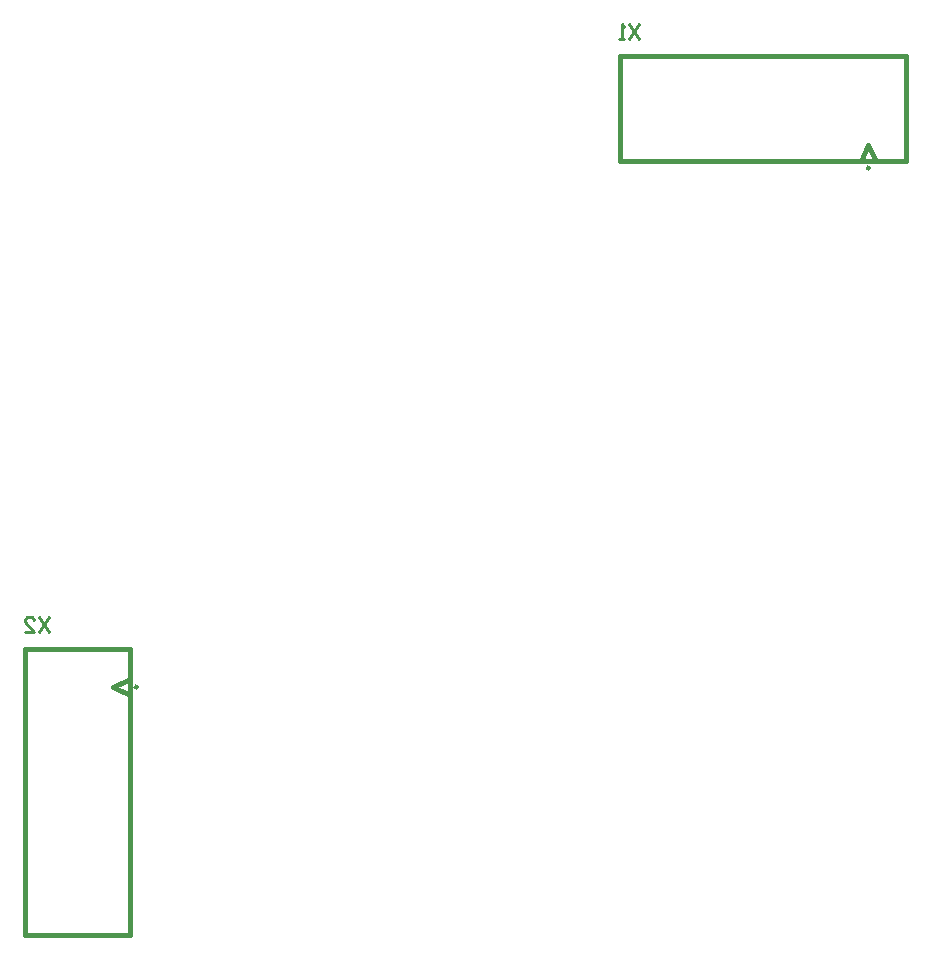
<source format=gbr>
%TF.GenerationSoftware,Altium Limited,Altium Designer,19.1.6 (110)*%
G04 Layer_Color=32896*
%FSLAX43Y43*%
%MOMM*%
%TF.FileFunction,Legend,Bot*%
%TF.Part,Single*%
G01*
G75*
%TA.AperFunction,NonConductor*%
%ADD17C,0.254*%
%ADD19C,0.250*%
%ADD20C,0.400*%
D17*
X-10362Y64712D02*
X-11195Y63462D01*
Y64712D02*
X-10362Y63462D01*
X-12445D02*
X-11612D01*
X-12445Y64295D01*
Y64504D01*
X-12237Y64712D01*
X-11820D01*
X-11612Y64504D01*
X39574Y114902D02*
X38741Y113653D01*
Y114902D02*
X39574Y113653D01*
X38325D02*
X37908D01*
X38116D01*
Y114902D01*
X38325Y114694D01*
D19*
X-2875Y58800D02*
G03*
X-2875Y58800I-125J0D01*
G01*
X59105Y102750D02*
G03*
X59105Y102750I-125J0D01*
G01*
D20*
X-3550Y37820D02*
Y62000D01*
X-12450Y37820D02*
X-3550D01*
X-12450D02*
Y62000D01*
X-3550D01*
X-4950Y58800D02*
X-3550Y59446D01*
X-4950Y58800D02*
X-3550Y58154D01*
Y59446D01*
X58334Y103300D02*
X59626D01*
X58334D02*
X58980Y104700D01*
X59626Y103300D01*
X62180D02*
Y112200D01*
X38000D02*
X62180D01*
X38000Y103300D02*
Y112200D01*
Y103300D02*
X62180D01*
%TF.MD5,f40c44f17df418eb542d9bbf70d2999b*%
M02*

</source>
